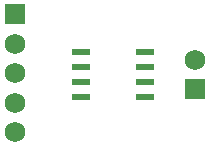
<source format=gbr>
%TF.GenerationSoftware,KiCad,Pcbnew,4.0.4-stable*%
%TF.CreationDate,2016-10-13T01:50:32+03:00*%
%TF.ProjectId,CAN bus transceiver v2,43414E20627573207472616E73636569,rev?*%
%TF.FileFunction,Soldermask,Top*%
%FSLAX46Y46*%
G04 Gerber Fmt 4.6, Leading zero omitted, Abs format (unit mm)*
G04 Created by KiCad (PCBNEW 4.0.4-stable) date Thu Oct 13 01:50:32 2016*
%MOMM*%
%LPD*%
G01*
G04 APERTURE LIST*
%ADD10C,0.100000*%
%ADD11R,1.750000X1.750000*%
%ADD12C,1.750000*%
%ADD13R,1.550000X0.600000*%
G04 APERTURE END LIST*
D10*
D11*
X29464000Y-27178000D03*
D12*
X29464000Y-29678000D03*
X29464000Y-32178000D03*
X29464000Y-34678000D03*
X29464000Y-37178000D03*
D11*
X44704000Y-33528000D03*
D12*
X44704000Y-31028000D03*
D13*
X35019000Y-30353000D03*
X35019000Y-31623000D03*
X35019000Y-32893000D03*
X35019000Y-34163000D03*
X40419000Y-34163000D03*
X40419000Y-32893000D03*
X40419000Y-31623000D03*
X40419000Y-30353000D03*
M02*

</source>
